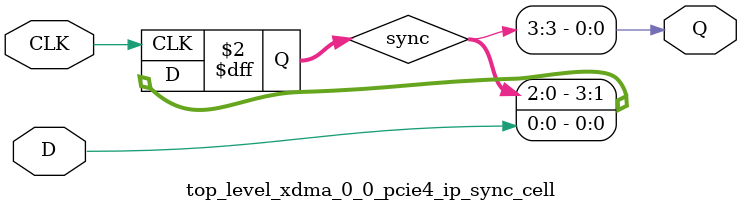
<source format=v>

`timescale 1ps / 1ps

(* DowngradeIPIdentifiedWarnings = "yes" *)
module top_level_xdma_0_0_pcie4_ip_sync_cell #
(
    parameter integer STAGE = 3
)
(
    //-------------------------------------------------------------------------- 
    //  Input Ports
    //-------------------------------------------------------------------------- 
    input                               CLK,
    input                               D,
    
    //-------------------------------------------------------------------------- 
    //  Output Ports
    //-------------------------------------------------------------------------- 
    output                              Q
);
    //-------------------------------------------------------------------------- 
    //  Synchronized Signals
    //--------------------------------------------------------------------------  
    (* ASYNC_REG = "TRUE", SHIFT_EXTRACT = "NO" *) reg [STAGE:0] sync;                                                            



//--------------------------------------------------------------------------------------------------
//  Synchronizier
//--------------------------------------------------------------------------------------------------
always @ (posedge CLK)
begin

    sync <= {sync[(STAGE-1):0], D};
            
end   



//--------------------------------------------------------------------------------------------------
//  Generate Output
//--------------------------------------------------------------------------------------------------
assign Q = sync[STAGE];



endmodule

</source>
